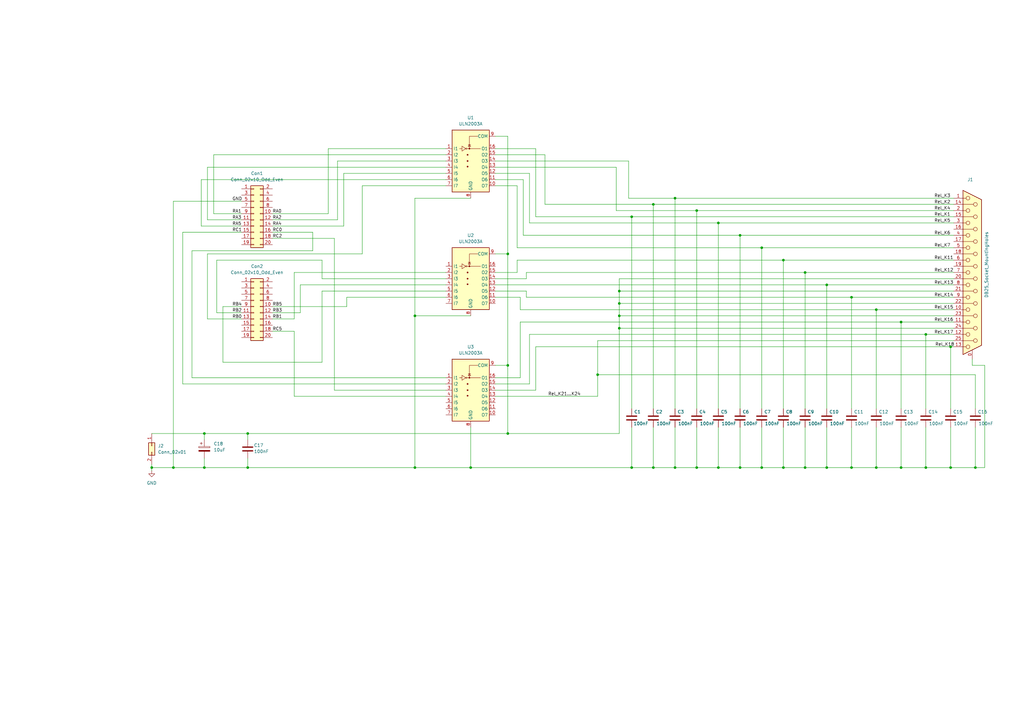
<source format=kicad_sch>
(kicad_sch (version 20250114) (generator "eeschema") (generator_version "9.0")
  (paper "A3")
  (lib_symbols
    (symbol "Connector:DB25_Socket_MountingHoles" (pin_names (offset 1.016) (hide yes))
      (property "Reference" "J" (at 0 36.83 0))
      (property "Value" "DB25_Socket_MountingHoles" (at 0 34.925 0))
      (symbol "DB25_Socket_MountingHoles_0_1"
        (polyline (pts (xy -3.81 33.655) (xy 3.81 29.845) (xy 3.81 -29.845) (xy -3.81 -33.655) (xy -3.81 33.655)) (stroke (width 0.254)) (fill (type background)))
        (polyline (pts (xy -3.81 30.48) (xy -2.54 30.48)))
        (polyline (pts (xy -3.81 27.94) (xy 0.508 27.94)))
        (polyline (pts (xy -3.81 25.4) (xy -2.54 25.4)))
        (polyline (pts (xy -3.81 22.86) (xy 0.508 22.86)))
        (polyline (pts (xy -3.81 20.32) (xy -2.54 20.32)))
        (polyline (pts (xy -3.81 17.78) (xy 0.508 17.78)))
        (polyline (pts (xy -3.81 15.24) (xy -2.54 15.24)))
        (polyline (pts (xy -3.81 12.7) (xy 0.508 12.7)))
        (polyline (pts (xy -3.81 10.16) (xy -2.54 10.16)))
        (polyline (pts (xy -3.81 7.62) (xy 0.508 7.62)))
        (polyline (pts (xy -3.81 5.08) (xy -2.54 5.08)))
        (polyline (pts (xy -3.81 2.54) (xy 0.508 2.54)))
        (polyline (pts (xy -3.81 0) (xy -2.54 0)))
        (polyline (pts (xy -3.81 -2.54) (xy 0.508 -2.54)))
        (polyline (pts (xy -3.81 -5.08) (xy -2.54 -5.08)))
        (polyline (pts (xy -3.81 -7.62) (xy 0.508 -7.62)))
        (polyline (pts (xy -3.81 -10.16) (xy -2.54 -10.16)))
        (polyline (pts (xy -3.81 -12.7) (xy 0.508 -12.7)))
        (polyline (pts (xy -3.81 -15.24) (xy -2.54 -15.24)))
        (polyline (pts (xy -3.81 -17.78) (xy 0.508 -17.78)))
        (polyline (pts (xy -3.81 -20.32) (xy -2.54 -20.32)))
        (polyline (pts (xy -3.81 -22.86) (xy 0.508 -22.86)))
        (polyline (pts (xy -3.81 -25.4) (xy -2.54 -25.4)))
        (polyline (pts (xy -3.81 -27.94) (xy 0.508 -27.94)))
        (polyline (pts (xy -3.81 -30.48) (xy -2.54 -30.48)))
        (circle (center -1.778 30.48) (radius 0.762))
        (circle (center -1.778 25.4) (radius 0.762))
        (circle (center -1.778 20.32) (radius 0.762))
        (circle (center -1.778 15.24) (radius 0.762))
        (circle (center -1.778 10.16) (radius 0.762))
        (circle (center -1.778 5.08) (radius 0.762))
        (circle (center -1.778 0) (radius 0.762))
        (circle (center -1.778 -5.08) (radius 0.762))
        (circle (center -1.778 -10.16) (radius 0.762))
        (circle (center -1.778 -15.24) (radius 0.762))
        (circle (center -1.778 -20.32) (radius 0.762))
        (circle (center -1.778 -25.4) (radius 0.762))
        (circle (center -1.778 -30.48) (radius 0.762))
        (circle (center 1.27 27.94) (radius 0.762))
        (circle (center 1.27 22.86) (radius 0.762))
        (circle (center 1.27 17.78) (radius 0.762))
        (circle (center 1.27 12.7) (radius 0.762))
        (circle (center 1.27 7.62) (radius 0.762))
        (circle (center 1.27 2.54) (radius 0.762))
        (circle (center 1.27 -2.54) (radius 0.762))
        (circle (center 1.27 -7.62) (radius 0.762))
        (circle (center 1.27 -12.7) (radius 0.762))
        (circle (center 1.27 -17.78) (radius 0.762))
        (circle (center 1.27 -22.86) (radius 0.762))
        (circle (center 1.27 -27.94) (radius 0.762))
      )
      (symbol "DB25_Socket_MountingHoles_1_1"
        (pin passive line (at -7.62 30.48 0) (length 3.81) (name "1") (number "1"))
        (pin passive line (at -7.62 27.94 0) (length 3.81) (name "P14") (number "14"))
        (pin passive line (at -7.62 25.4 0) (length 3.81) (name "2") (number "2"))
        (pin passive line (at -7.62 22.86 0) (length 3.81) (name "P15") (number "15"))
        (pin passive line (at -7.62 20.32 0) (length 3.81) (name "3") (number "3"))
        (pin passive line (at -7.62 17.78 0) (length 3.81) (name "P16") (number "16"))
        (pin passive line (at -7.62 15.24 0) (length 3.81) (name "4") (number "4"))
        (pin passive line (at -7.62 12.7 0) (length 3.81) (name "P17") (number "17"))
        (pin passive line (at -7.62 10.16 0) (length 3.81) (name "5") (number "5"))
        (pin passive line (at -7.62 7.62 0) (length 3.81) (name "P18") (number "18"))
        (pin passive line (at -7.62 5.08 0) (length 3.81) (name "6") (number "6"))
        (pin passive line (at -7.62 2.54 0) (length 3.81) (name "P19") (number "19"))
        (pin passive line (at -7.62 0 0) (length 3.81) (name "7") (number "7"))
        (pin passive line (at -7.62 -2.54 0) (length 3.81) (name "P20") (number "20"))
        (pin passive line (at -7.62 -5.08 0) (length 3.81) (name "8") (number "8"))
        (pin passive line (at -7.62 -7.62 0) (length 3.81) (name "P21") (number "21"))
        (pin passive line (at -7.62 -10.16 0) (length 3.81) (name "9") (number "9"))
        (pin passive line (at -7.62 -12.7 0) (length 3.81) (name "P22") (number "22"))
        (pin passive line (at -7.62 -15.24 0) (length 3.81) (name "10") (number "10"))
        (pin passive line (at -7.62 -17.78 0) (length 3.81) (name "P23") (number "23"))
        (pin passive line (at -7.62 -20.32 0) (length 3.81) (name "11") (number "11"))
        (pin passive line (at -7.62 -22.86 0) (length 3.81) (name "P24") (number "24"))
        (pin passive line (at -7.62 -25.4 0) (length 3.81) (name "12") (number "12"))
        (pin passive line (at -7.62 -27.94 0) (length 3.81) (name "P25") (number "25"))
        (pin passive line (at -7.62 -30.48 0) (length 3.81) (name "13") (number "13"))
        (pin passive line (at 0 -35.56 90) (length 3.81) (name "PAD") (number "0"))
      )
    )
    (symbol "Connector_Generic:Conn_02x01" (pin_names (offset 1.016) (hide yes))
      (property "Reference" "J" (at 1.27 2.54 0))
      (property "Value" "Conn_02x01" (at 1.27 -2.54 0))
      (symbol "Conn_02x01_1_1"
        (rectangle (start -1.27 1.27) (end 3.81 -1.27) (stroke (width 0.254)) (fill (type background)))
        (rectangle (start -1.27 0.127) (end 0 -0.127) (stroke (width 0.1524)))
        (rectangle (start 3.81 0.127) (end 2.54 -0.127) (stroke (width 0.1524)))
        (pin passive line (at -5.08 0 0) (length 3.81) (name "Pin_1") (number "1"))
        (pin passive line (at 7.62 0 180) (length 3.81) (name "Pin_2") (number "2"))
      )
    )
    (symbol "Connector_Generic:Conn_02x10_Odd_Even" (pin_names (offset 1.016) (hide yes))
      (property "Reference" "J" (at 1.27 12.7 0))
      (property "Value" "Conn_02x10_Odd_Even" (at 1.27 -15.24 0))
      (symbol "Conn_02x10_Odd_Even_1_1"
        (rectangle (start -1.27 11.43) (end 3.81 -13.97) (stroke (width 0.254)) (fill (type background)))
        (rectangle (start -1.27 10.287) (end 0 10.033) (stroke (width 0.1524)))
        (rectangle (start -1.27 7.747) (end 0 7.493) (stroke (width 0.1524)))
        (rectangle (start -1.27 5.207) (end 0 4.953) (stroke (width 0.1524)))
        (rectangle (start -1.27 2.667) (end 0 2.413) (stroke (width 0.1524)))
        (rectangle (start -1.27 0.127) (end 0 -0.127) (stroke (width 0.1524)))
        (rectangle (start -1.27 -2.413) (end 0 -2.667) (stroke (width 0.1524)))
        (rectangle (start -1.27 -4.953) (end 0 -5.207) (stroke (width 0.1524)))
        (rectangle (start -1.27 -7.493) (end 0 -7.747) (stroke (width 0.1524)))
        (rectangle (start -1.27 -10.033) (end 0 -10.287) (stroke (width 0.1524)))
        (rectangle (start -1.27 -12.573) (end 0 -12.827) (stroke (width 0.1524)))
        (rectangle (start 3.81 10.287) (end 2.54 10.033) (stroke (width 0.1524)))
        (rectangle (start 3.81 7.747) (end 2.54 7.493) (stroke (width 0.1524)))
        (rectangle (start 3.81 5.207) (end 2.54 4.953) (stroke (width 0.1524)))
        (rectangle (start 3.81 2.667) (end 2.54 2.413) (stroke (width 0.1524)))
        (rectangle (start 3.81 0.127) (end 2.54 -0.127) (stroke (width 0.1524)))
        (rectangle (start 3.81 -2.413) (end 2.54 -2.667) (stroke (width 0.1524)))
        (rectangle (start 3.81 -4.953) (end 2.54 -5.207) (stroke (width 0.1524)))
        (rectangle (start 3.81 -7.493) (end 2.54 -7.747) (stroke (width 0.1524)))
        (rectangle (start 3.81 -10.033) (end 2.54 -10.287) (stroke (width 0.1524)))
        (rectangle (start 3.81 -12.573) (end 2.54 -12.827) (stroke (width 0.1524)))
        (pin passive line (at -5.08 10.16 0) (length 3.81) (name "Pin_1") (number "1"))
        (pin passive line (at -5.08 7.62 0) (length 3.81) (name "Pin_3") (number "3"))
        (pin passive line (at -5.08 5.08 0) (length 3.81) (name "Pin_5") (number "5"))
        (pin passive line (at -5.08 2.54 0) (length 3.81) (name "Pin_7") (number "7"))
        (pin passive line (at -5.08 0 0) (length 3.81) (name "Pin_9") (number "9"))
        (pin passive line (at -5.08 -2.54 0) (length 3.81) (name "Pin_11") (number "11"))
        (pin passive line (at -5.08 -5.08 0) (length 3.81) (name "Pin_13") (number "13"))
        (pin passive line (at -5.08 -7.62 0) (length 3.81) (name "Pin_15") (number "15"))
        (pin passive line (at -5.08 -10.16 0) (length 3.81) (name "Pin_17") (number "17"))
        (pin passive line (at -5.08 -12.7 0) (length 3.81) (name "Pin_19") (number "19"))
        (pin passive line (at 7.62 10.16 180) (length 3.81) (name "Pin_2") (number "2"))
        (pin passive line (at 7.62 7.62 180) (length 3.81) (name "Pin_4") (number "4"))
        (pin passive line (at 7.62 5.08 180) (length 3.81) (name "Pin_6") (number "6"))
        (pin passive line (at 7.62 2.54 180) (length 3.81) (name "Pin_8") (number "8"))
        (pin passive line (at 7.62 0 180) (length 3.81) (name "Pin_10") (number "10"))
        (pin passive line (at 7.62 -2.54 180) (length 3.81) (name "Pin_12") (number "12"))
        (pin passive line (at 7.62 -5.08 180) (length 3.81) (name "Pin_14") (number "14"))
        (pin passive line (at 7.62 -7.62 180) (length 3.81) (name "Pin_16") (number "16"))
        (pin passive line (at 7.62 -10.16 180) (length 3.81) (name "Pin_18") (number "18"))
        (pin passive line (at 7.62 -12.7 180) (length 3.81) (name "Pin_20") (number "20"))
      )
    )
    (symbol "Device:C" (pin_numbers (hide yes)) (pin_names (offset 0.254))
      (property "Reference" "C" (at 0.635 2.54 0))
      (property "Value" "C" (at 0.635 -2.54 0))
      (symbol "C_0_1"
        (polyline (pts (xy -2.032 0.762) (xy 2.032 0.762)) (stroke (width 0.508)))
        (polyline (pts (xy -2.032 -0.762) (xy 2.032 -0.762)) (stroke (width 0.508)))
      )
      (symbol "C_1_1"
        (pin passive line (at 0 3.81 270) (length 2.794) (name "~") (number "1"))
        (pin passive line (at 0 -3.81 90) (length 2.794) (name "~") (number "2"))
      )
    )
    (symbol "Device:C_Polarized" (pin_numbers (hide yes)) (pin_names (offset 0.254))
      (property "Reference" "C" (at 0.635 2.54 0))
      (property "Value" "C_Polarized" (at 0.635 -2.54 0))
      (symbol "C_Polarized_0_1"
        (rectangle (start -2.286 0.508) (end 2.286 1.016))
        (polyline (pts (xy -1.778 2.286) (xy -0.762 2.286)))
        (polyline (pts (xy -1.27 2.794) (xy -1.27 1.778)))
        (rectangle (start 2.286 -0.508) (end -2.286 -1.016) (fill (type outline)))
      )
      (symbol "C_Polarized_1_1"
        (pin passive line (at 0 3.81 270) (length 2.794) (name "~") (number "1"))
        (pin passive line (at 0 -3.81 90) (length 2.794) (name "~") (number "2"))
      )
    )
    (symbol "Transistor_Array:ULN2003A"
      (property "Reference" "U" (at 0 15.875 0))
      (property "Value" "ULN2003A" (at 0 13.97 0))
      (symbol "ULN2003A_0_1"
        (rectangle (start -7.62 -12.7) (end 7.62 12.7) (stroke (width 0.254)) (fill (type background)))
        (polyline (pts (xy -4.572 5.08) (xy -3.556 5.08)))
        (polyline (pts (xy -3.556 6.096) (xy -3.556 4.064) (xy -2.032 5.08) (xy -3.556 6.096)))
        (circle (center -1.778 5.08) (radius 0.254))
        (polyline (pts (xy -1.524 5.08) (xy 4.064 5.08)))
        (circle (center -1.27 2.54) (radius 0.254) (fill (type outline)))
        (circle (center -1.27 0) (radius 0.254) (fill (type outline)))
        (circle (center -1.27 -2.286) (radius 0.254) (fill (type outline)))
        (circle (center -0.508 5.08) (radius 0.254) (fill (type outline)))
        (polyline (pts (xy -0.508 5.08) (xy -0.508 10.16) (xy 2.921 10.16)))
        (polyline (pts (xy 0 6.731) (xy -1.016 6.731)))
        (polyline (pts (xy 0 5.969) (xy -1.016 5.969) (xy -0.508 6.731) (xy 0 5.969)))
      )
      (symbol "ULN2003A_1_1"
        (pin input line (at -10.16 5.08 0) (length 2.54) (name "I1") (number "1"))
        (pin input line (at -10.16 2.54 0) (length 2.54) (name "I2") (number "2"))
        (pin input line (at -10.16 0 0) (length 2.54) (name "I3") (number "3"))
        (pin input line (at -10.16 -2.54 0) (length 2.54) (name "I4") (number "4"))
        (pin input line (at -10.16 -5.08 0) (length 2.54) (name "I5") (number "5"))
        (pin input line (at -10.16 -7.62 0) (length 2.54) (name "I6") (number "6"))
        (pin input line (at -10.16 -10.16 0) (length 2.54) (name "I7") (number "7"))
        (pin power_in line (at 0 -15.24 90) (length 2.54) (name "GND") (number "8"))
        (pin passive line (at 10.16 10.16 180) (length 2.54) (name "COM") (number "9"))
        (pin open_collector line (at 10.16 5.08 180) (length 2.54) (name "O1") (number "16"))
        (pin open_collector line (at 10.16 2.54 180) (length 2.54) (name "O2") (number "15"))
        (pin open_collector line (at 10.16 0 180) (length 2.54) (name "O3") (number "14"))
        (pin open_collector line (at 10.16 -2.54 180) (length 2.54) (name "O4") (number "13"))
        (pin open_collector line (at 10.16 -5.08 180) (length 2.54) (name "O5") (number "12"))
        (pin open_collector line (at 10.16 -7.62 180) (length 2.54) (name "O6") (number "11"))
        (pin open_collector line (at 10.16 -10.16 180) (length 2.54) (name "O7") (number "10"))
      )
    )
    (symbol "power:GND" (power) (pin_numbers (hide yes)) (pin_names (offset 0) (hide yes))
      (property "Value" "GND" (at 0 -3.81 0))
      (symbol "GND_0_1"
        (polyline (pts (xy 0 0) (xy 0 -1.27) (xy 1.27 -1.27) (xy 0 -2.54) (xy -1.27 -1.27) (xy 0 -1.27)))
      )
      (symbol "GND_1_1"
        (pin power_in line (at 0 0 270) (length 0) (name "~") (number "1"))
      )
    )
  )
  (junction (at 303.53 191.77))
  (junction (at 330.2 191.77))
  (junction (at 379.73 137.16))
  (junction (at 208.28 104.14))
  (junction (at 208.28 149.86))
  (junction (at 267.97 191.77))
  (junction (at 254 124.46))
  (junction (at 62.23 191.77))
  (junction (at 349.25 191.77))
  (junction (at 254 129.54))
  (junction (at 379.73 191.77))
  (junction (at 259.08 191.77))
  (junction (at 359.41 127))
  (junction (at 389.89 142.24))
  (junction (at 259.08 88.9))
  (junction (at 339.09 116.84))
  (junction (at 312.42 101.6))
  (junction (at 101.6 177.8))
  (junction (at 254 134.62))
  (junction (at 321.31 191.77))
  (junction (at 285.75 191.77))
  (junction (at 330.2 111.76))
  (junction (at 400.05 191.77))
  (junction (at 389.89 191.77))
  (junction (at 170.18 129.54))
  (junction (at 312.42 191.77))
  (junction (at 245.11 153.67))
  (junction (at 339.09 191.77))
  (junction (at 359.41 191.77))
  (junction (at 303.53 96.52))
  (junction (at 294.64 91.44))
  (junction (at 83.82 191.77))
  (junction (at 101.6 191.77))
  (junction (at 254 119.38))
  (junction (at 267.97 83.82))
  (junction (at 71.12 191.77))
  (junction (at 276.86 81.28))
  (junction (at 285.75 86.36))
  (junction (at 294.64 191.77))
  (junction (at 208.28 177.8))
  (junction (at 321.31 106.68))
  (junction (at 170.18 191.77))
  (junction (at 349.25 121.92))
  (junction (at 276.86 191.77))
  (junction (at 193.04 191.77))
  (junction (at 369.57 191.77))
  (junction (at 83.82 177.8))
  (junction (at 369.57 132.08))
  (wire (pts (xy 71.12 82.55) (xy 99.06 82.55)))
  (wire (pts (xy 223.52 63.5) (xy 203.2 63.5)))
  (wire (pts (xy 213.36 132.08) (xy 369.57 132.08)))
  (wire (pts (xy 83.82 177.8) (xy 101.6 177.8)))
  (wire (pts (xy 88.9 128.27) (xy 99.06 128.27)))
  (wire (pts (xy 82.55 92.71) (xy 99.06 92.71)))
  (wire (pts (xy 148.59 104.14) (xy 148.59 76.2)))
  (wire (pts (xy 87.63 87.63) (xy 99.06 87.63)))
  (wire (pts (xy 257.81 66.04) (xy 257.81 81.28)))
  (wire (pts (xy 182.88 157.48) (xy 74.93 157.48)))
  (wire (pts (xy 85.09 90.17) (xy 99.06 90.17)))
  (wire (pts (xy 91.44 125.73) (xy 99.06 125.73)))
  (wire (pts (xy 312.42 175.26) (xy 312.42 191.77)))
  (wire (pts (xy 217.17 157.48) (xy 203.2 157.48)))
  (wire (pts (xy 208.28 177.8) (xy 254 177.8)))
  (wire (pts (xy 403.86 149.86) (xy 403.86 191.77)))
  (wire (pts (xy 132.08 114.3) (xy 132.08 106.68)))
  (wire (pts (xy 99.06 130.81) (xy 85.09 130.81)))
  (wire (pts (xy 208.28 149.86) (xy 208.28 177.8)))
  (wire (pts (xy 212.09 101.6) (xy 212.09 76.2)))
  (wire (pts (xy 285.75 86.36) (xy 391.16 86.36)))
  (wire (pts (xy 254 124.46) (xy 254 129.54)))
  (wire (pts (xy 321.31 106.68) (xy 321.31 167.64)))
  (wire (pts (xy 213.36 127) (xy 213.36 121.92)))
  (wire (pts (xy 182.88 60.96) (xy 134.62 60.96)))
  (wire (pts (xy 148.59 76.2) (xy 182.88 76.2)))
  (wire (pts (xy 359.41 167.64) (xy 359.41 127)))
  (wire (pts (xy 193.04 81.28) (xy 170.18 81.28)))
  (wire (pts (xy 400.05 191.77) (xy 389.89 191.77)))
  (wire (pts (xy 87.63 63.5) (xy 87.63 87.63)))
  (wire (pts (xy 330.2 111.76) (xy 330.2 167.64)))
  (wire (pts (xy 349.25 121.92) (xy 391.16 121.92)))
  (wire (pts (xy 400.05 167.64) (xy 400.05 153.67)))
  (wire (pts (xy 223.52 83.82) (xy 223.52 63.5)))
  (wire (pts (xy 214.63 73.66) (xy 203.2 73.66)))
  (wire (pts (xy 294.64 91.44) (xy 294.64 167.64)))
  (wire (pts (xy 203.2 66.04) (xy 257.81 66.04)))
  (wire (pts (xy 215.9 121.92) (xy 349.25 121.92)))
  (wire (pts (xy 252.73 86.36) (xy 285.75 86.36)))
  (wire (pts (xy 193.04 129.54) (xy 170.18 129.54)))
  (wire (pts (xy 403.86 191.77) (xy 400.05 191.77)))
  (wire (pts (xy 101.6 177.8) (xy 208.28 177.8)))
  (wire (pts (xy 123.19 128.27) (xy 111.76 128.27)))
  (wire (pts (xy 74.93 157.48) (xy 74.93 95.25)))
  (wire (pts (xy 132.08 119.38) (xy 132.08 148.59)))
  (wire (pts (xy 223.52 83.82) (xy 267.97 83.82)))
  (wire (pts (xy 138.43 66.04) (xy 182.88 66.04)))
  (wire (pts (xy 71.12 191.77) (xy 62.23 191.77)))
  (wire (pts (xy 312.42 191.77) (xy 303.53 191.77)))
  (wire (pts (xy 214.63 96.52) (xy 303.53 96.52)))
  (wire (pts (xy 330.2 175.26) (xy 330.2 191.77)))
  (wire (pts (xy 259.08 88.9) (xy 259.08 167.64)))
  (wire (pts (xy 359.41 127) (xy 391.16 127)))
  (wire (pts (xy 285.75 175.26) (xy 285.75 191.77)))
  (wire (pts (xy 182.88 119.38) (xy 132.08 119.38)))
  (wire (pts (xy 254 119.38) (xy 391.16 119.38)))
  (wire (pts (xy 182.88 116.84) (xy 123.19 116.84)))
  (wire (pts (xy 123.19 116.84) (xy 123.19 128.27)))
  (wire (pts (xy 379.73 175.26) (xy 379.73 191.77)))
  (wire (pts (xy 215.9 119.38) (xy 203.2 119.38)))
  (wire (pts (xy 254 134.62) (xy 254 177.8)))
  (wire (pts (xy 120.65 111.76) (xy 182.88 111.76)))
  (wire (pts (xy 257.81 81.28) (xy 276.86 81.28)))
  (wire (pts (xy 212.09 76.2) (xy 203.2 76.2)))
  (wire (pts (xy 339.09 175.26) (xy 339.09 191.77)))
  (wire (pts (xy 259.08 175.26) (xy 259.08 191.77)))
  (wire (pts (xy 219.71 160.02) (xy 203.2 160.02)))
  (wire (pts (xy 245.11 153.67) (xy 245.11 162.56)))
  (wire (pts (xy 219.71 142.24) (xy 389.89 142.24)))
  (wire (pts (xy 212.09 101.6) (xy 312.42 101.6)))
  (wire (pts (xy 62.23 190.5) (xy 62.23 191.77)))
  (wire (pts (xy 359.41 175.26) (xy 359.41 191.77)))
  (wire (pts (xy 140.97 92.71) (xy 140.97 71.12)))
  (wire (pts (xy 303.53 96.52) (xy 303.53 167.64)))
  (wire (pts (xy 245.11 139.7) (xy 245.11 153.67)))
  (wire (pts (xy 138.43 90.17) (xy 138.43 66.04)))
  (wire (pts (xy 285.75 191.77) (xy 276.86 191.77)))
  (wire (pts (xy 212.09 106.68) (xy 321.31 106.68)))
  (wire (pts (xy 219.71 88.9) (xy 259.08 88.9)))
  (wire (pts (xy 83.82 187.96) (xy 83.82 191.77)))
  (wire (pts (xy 321.31 106.68) (xy 391.16 106.68)))
  (wire (pts (xy 203.2 55.88) (xy 208.28 55.88)))
  (wire (pts (xy 219.71 60.96) (xy 219.71 88.9)))
  (wire (pts (xy 339.09 191.77) (xy 330.2 191.77)))
  (wire (pts (xy 203.2 162.56) (xy 245.11 162.56)))
  (wire (pts (xy 217.17 91.44) (xy 217.17 71.12)))
  (wire (pts (xy 398.78 147.32) (xy 398.78 149.86)))
  (wire (pts (xy 142.24 121.92) (xy 142.24 125.73)))
  (wire (pts (xy 254 129.54) (xy 254 134.62)))
  (wire (pts (xy 101.6 191.77) (xy 170.18 191.77)))
  (wire (pts (xy 83.82 191.77) (xy 101.6 191.77)))
  (wire (pts (xy 330.2 191.77) (xy 321.31 191.77)))
  (wire (pts (xy 111.76 90.17) (xy 138.43 90.17)))
  (wire (pts (xy 330.2 111.76) (xy 391.16 111.76)))
  (wire (pts (xy 62.23 191.77) (xy 62.23 193.04)))
  (wire (pts (xy 294.64 175.26) (xy 294.64 191.77)))
  (wire (pts (xy 215.9 111.76) (xy 215.9 114.3)))
  (wire (pts (xy 321.31 175.26) (xy 321.31 191.77)))
  (wire (pts (xy 170.18 129.54) (xy 170.18 191.77)))
  (wire (pts (xy 254 124.46) (xy 391.16 124.46)))
  (wire (pts (xy 321.31 191.77) (xy 312.42 191.77)))
  (wire (pts (xy 212.09 111.76) (xy 203.2 111.76)))
  (wire (pts (xy 101.6 177.8) (xy 101.6 180.34)))
  (wire (pts (xy 400.05 175.26) (xy 400.05 191.77)))
  (wire (pts (xy 339.09 116.84) (xy 339.09 167.64)))
  (wire (pts (xy 120.65 135.89) (xy 111.76 135.89)))
  (wire (pts (xy 217.17 91.44) (xy 294.64 91.44)))
  (wire (pts (xy 78.74 102.87) (xy 128.27 102.87)))
  (wire (pts (xy 182.88 68.58) (xy 85.09 68.58)))
  (wire (pts (xy 259.08 88.9) (xy 391.16 88.9)))
  (wire (pts (xy 379.73 137.16) (xy 379.73 167.64)))
  (wire (pts (xy 389.89 142.24) (xy 391.16 142.24)))
  (wire (pts (xy 217.17 71.12) (xy 203.2 71.12)))
  (wire (pts (xy 245.11 153.67) (xy 400.05 153.67)))
  (wire (pts (xy 267.97 83.82) (xy 267.97 167.64)))
  (wire (pts (xy 193.04 175.26) (xy 193.04 191.77)))
  (wire (pts (xy 193.04 191.77) (xy 170.18 191.77)))
  (wire (pts (xy 88.9 106.68) (xy 88.9 128.27)))
  (wire (pts (xy 267.97 175.26) (xy 267.97 191.77)))
  (wire (pts (xy 208.28 55.88) (xy 208.28 104.14)))
  (wire (pts (xy 208.28 104.14) (xy 208.28 149.86)))
  (wire (pts (xy 254 114.3) (xy 254 119.38)))
  (wire (pts (xy 252.73 68.58) (xy 203.2 68.58)))
  (wire (pts (xy 303.53 96.52) (xy 391.16 96.52)))
  (wire (pts (xy 203.2 104.14) (xy 208.28 104.14)))
  (wire (pts (xy 312.42 101.6) (xy 391.16 101.6)))
  (wire (pts (xy 259.08 191.77) (xy 193.04 191.77)))
  (wire (pts (xy 294.64 191.77) (xy 285.75 191.77)))
  (wire (pts (xy 303.53 191.77) (xy 294.64 191.77)))
  (wire (pts (xy 215.9 111.76) (xy 330.2 111.76)))
  (wire (pts (xy 128.27 102.87) (xy 128.27 95.25)))
  (wire (pts (xy 170.18 81.28) (xy 170.18 129.54)))
  (wire (pts (xy 215.9 114.3) (xy 203.2 114.3)))
  (wire (pts (xy 252.73 86.36) (xy 252.73 68.58)))
  (wire (pts (xy 214.63 96.52) (xy 214.63 73.66)))
  (wire (pts (xy 276.86 175.26) (xy 276.86 191.77)))
  (wire (pts (xy 294.64 91.44) (xy 391.16 91.44)))
  (wire (pts (xy 254 134.62) (xy 391.16 134.62)))
  (wire (pts (xy 182.88 63.5) (xy 87.63 63.5)))
  (wire (pts (xy 369.57 132.08) (xy 391.16 132.08)))
  (wire (pts (xy 132.08 148.59) (xy 91.44 148.59)))
  (wire (pts (xy 82.55 73.66) (xy 82.55 92.71)))
  (wire (pts (xy 132.08 106.68) (xy 88.9 106.68)))
  (wire (pts (xy 254 129.54) (xy 391.16 129.54)))
  (wire (pts (xy 71.12 82.55) (xy 71.12 191.77)))
  (wire (pts (xy 111.76 97.79) (xy 137.16 97.79)))
  (wire (pts (xy 78.74 154.94) (xy 78.74 102.87)))
  (wire (pts (xy 369.57 191.77) (xy 359.41 191.77)))
  (wire (pts (xy 254 119.38) (xy 254 124.46)))
  (wire (pts (xy 83.82 177.8) (xy 83.82 180.34)))
  (wire (pts (xy 213.36 154.94) (xy 203.2 154.94)))
  (wire (pts (xy 339.09 116.84) (xy 391.16 116.84)))
  (wire (pts (xy 219.71 142.24) (xy 219.71 160.02)))
  (wire (pts (xy 128.27 95.25) (xy 111.76 95.25)))
  (wire (pts (xy 349.25 191.77) (xy 339.09 191.77)))
  (wire (pts (xy 254 114.3) (xy 391.16 114.3)))
  (wire (pts (xy 245.11 139.7) (xy 391.16 139.7)))
  (wire (pts (xy 276.86 81.28) (xy 391.16 81.28)))
  (wire (pts (xy 303.53 175.26) (xy 303.53 191.77)))
  (wire (pts (xy 182.88 154.94) (xy 78.74 154.94)))
  (wire (pts (xy 134.62 60.96) (xy 134.62 87.63)))
  (wire (pts (xy 203.2 149.86) (xy 208.28 149.86)))
  (wire (pts (xy 85.09 130.81) (xy 85.09 104.14)))
  (wire (pts (xy 217.17 137.16) (xy 379.73 137.16)))
  (wire (pts (xy 389.89 175.26) (xy 389.89 191.77)))
  (wire (pts (xy 182.88 162.56) (xy 120.65 162.56)))
  (wire (pts (xy 182.88 121.92) (xy 142.24 121.92)))
  (wire (pts (xy 85.09 68.58) (xy 85.09 90.17)))
  (wire (pts (xy 267.97 83.82) (xy 391.16 83.82)))
  (wire (pts (xy 101.6 187.96) (xy 101.6 191.77)))
  (wire (pts (xy 182.88 160.02) (xy 137.16 160.02)))
  (wire (pts (xy 137.16 97.79) (xy 137.16 160.02)))
  (wire (pts (xy 276.86 191.77) (xy 267.97 191.77)))
  (wire (pts (xy 182.88 73.66) (xy 82.55 73.66)))
  (wire (pts (xy 389.89 142.24) (xy 389.89 167.64)))
  (wire (pts (xy 389.89 191.77) (xy 379.73 191.77)))
  (wire (pts (xy 398.78 149.86) (xy 403.86 149.86)))
  (wire (pts (xy 182.88 114.3) (xy 132.08 114.3)))
  (wire (pts (xy 203.2 116.84) (xy 339.09 116.84)))
  (wire (pts (xy 276.86 81.28) (xy 276.86 167.64)))
  (wire (pts (xy 120.65 130.81) (xy 120.65 111.76)))
  (wire (pts (xy 91.44 148.59) (xy 91.44 125.73)))
  (wire (pts (xy 111.76 130.81) (xy 120.65 130.81)))
  (wire (pts (xy 379.73 137.16) (xy 391.16 137.16)))
  (wire (pts (xy 285.75 86.36) (xy 285.75 167.64)))
  (wire (pts (xy 212.09 106.68) (xy 212.09 111.76)))
  (wire (pts (xy 120.65 162.56) (xy 120.65 135.89)))
  (wire (pts (xy 312.42 101.6) (xy 312.42 167.64)))
  (wire (pts (xy 359.41 191.77) (xy 349.25 191.77)))
  (wire (pts (xy 217.17 137.16) (xy 217.17 157.48)))
  (wire (pts (xy 213.36 127) (xy 359.41 127)))
  (wire (pts (xy 369.57 175.26) (xy 369.57 191.77)))
  (wire (pts (xy 267.97 191.77) (xy 259.08 191.77)))
  (wire (pts (xy 369.57 132.08) (xy 369.57 167.64)))
  (wire (pts (xy 134.62 87.63) (xy 111.76 87.63)))
  (wire (pts (xy 213.36 132.08) (xy 213.36 154.94)))
  (wire (pts (xy 71.12 191.77) (xy 83.82 191.77)))
  (wire (pts (xy 140.97 71.12) (xy 182.88 71.12)))
  (wire (pts (xy 142.24 125.73) (xy 111.76 125.73)))
  (wire (pts (xy 62.23 177.8) (xy 83.82 177.8)))
  (wire (pts (xy 111.76 92.71) (xy 140.97 92.71)))
  (wire (pts (xy 213.36 121.92) (xy 203.2 121.92)))
  (wire (pts (xy 215.9 121.92) (xy 215.9 119.38)))
  (wire (pts (xy 74.93 95.25) (xy 99.06 95.25)))
  (wire (pts (xy 379.73 191.77) (xy 369.57 191.77)))
  (wire (pts (xy 349.25 121.92) (xy 349.25 167.64)))
  (wire (pts (xy 85.09 104.14) (xy 148.59 104.14)))
  (wire (pts (xy 203.2 60.96) (xy 219.71 60.96)))
  (wire (pts (xy 349.25 175.26) (xy 349.25 191.77)))
  (label "RA2" (at 111.76 90.17 0))
  (label "RC1" (at 95.25 95.25 0))
  (label "Rel_K14" (at 383.1566 121.92 0))
  (label "RB2" (at 95.25 128.27 0))
  (label "GND" (at 95.25 82.55 0))
  (label "RA5" (at 95.25 92.71 0))
  (label "Rel_K6" (at 383.1566 96.52 0))
  (label "RC0" (at 111.76 95.25 0))
  (label "RC2" (at 111.76 97.79 0))
  (label "Rel_K3" (at 383.1566 81.28 0))
  (label "Rel_K18" (at 383.54 142.24 0))
  (label "Rel_K15" (at 383.1566 127 0))
  (label "Rel_K12" (at 383.1566 111.76 0))
  (label "RA1" (at 95.25 87.63 0))
  (label "Rel_K17" (at 383.1566 137.16 0))
  (label "Rel_K2" (at 383.1566 83.82 0))
  (label "Rel_K21...K24" (at 224.79 162.56 0))
  (label "RB4" (at 95.25 125.73 0))
  (label "Rel_K7" (at 383.1566 101.6 0))
  (label "RB5" (at 111.76 125.73 0))
  (label "RB0" (at 95.25 130.81 0))
  (label "Rel_K16" (at 383.1566 132.08 0))
  (label "Rel_K1" (at 383.1566 88.9 0))
  (label "RC5" (at 111.76 135.89 0))
  (label "RA3" (at 95.25 90.17 0))
  (label "RA0" (at 111.76 87.63 0))
  (label "RB1" (at 111.76 130.81 0))
  (label "Rel_K4" (at 383.1566 86.36 0))
  (label "Rel_K5" (at 383.1566 91.44 0))
  (label "Rel_K13" (at 383.1566 116.84 0))
  (label "RB3" (at 111.76 128.27 0))
  (label "RA4" (at 111.76 92.71 0))
  (label "Rel_K11" (at 383.1566 106.68 0))
  (symbol (lib_id "Device:C") (at 379.73 171.45 0) (unit 1)
    (property "Reference" "C14" (at 380.746 168.91 0) (effects (justify left)))
    (property "Value" "100nF" (at 381 173.736 0) (effects (justify left)))
    (property "Footprint" "Capacitor_SMD:C_0603_1608Metric_Pad1.08x0.95mm_HandSolder" (effects (hide yes)))
    (property "Description" "Unpolarized capacitor" (effects (hide yes)))
  )
  (symbol (lib_id "Transistor_Array:ULN2003A") (at 193.04 114.3 0) (unit 1)
    (property "Reference" "U2" (at 193.04 96.52 0))
    (property "Value" "ULN2003A" (at 193.04 99.06 0))
    (property "Footprint" "Package_DIP:DIP-16_W7.62mm_LongPads" (effects (hide yes)))
    (property "Datasheet" "http://www.ti.com/lit/ds/symlink/uln2003a.pdf" (effects (hide yes)))
    (property "Description" "High Voltage, High Current Darlington Transistor Arrays, SOIC16/SOIC16W/DIP16/TSSOP16" (effects (hide yes)))
  )
  (symbol (lib_id "Device:C") (at 321.31 171.45 0) (unit 1)
    (property "Reference" "C8" (at 322.326 168.91 0) (effects (justify left)))
    (property "Value" "100nF" (at 322.58 173.736 0) (effects (justify left)))
    (property "Footprint" "Capacitor_SMD:C_0603_1608Metric_Pad1.08x0.95mm_HandSolder" (effects (hide yes)))
    (property "Description" "Unpolarized capacitor" (effects (hide yes)))
  )
  (symbol (lib_id "Device:C") (at 101.6 184.15 0) (unit 1)
    (property "Reference" "C17" (at 104.14 182.626 0) (effects (justify left)))
    (property "Value" "100nF" (at 104.14 185.166 0) (effects (justify left)))
    (property "Footprint" "Capacitor_SMD:C_0603_1608Metric_Pad1.08x0.95mm_HandSolder" (effects (hide yes)))
    (property "Description" "Unpolarized capacitor" (effects (hide yes)))
  )
  (symbol (lib_id "Device:C") (at 285.75 171.45 0) (unit 1)
    (property "Reference" "C4" (at 286.766 168.91 0) (effects (justify left)))
    (property "Value" "100nF" (at 287.02 173.736 0) (effects (justify left)))
    (property "Footprint" "Capacitor_SMD:C_0603_1608Metric_Pad1.08x0.95mm_HandSolder" (effects (hide yes)))
    (property "Description" "Unpolarized capacitor" (effects (hide yes)))
  )
  (symbol (lib_id "Device:C") (at 369.57 171.45 0) (unit 1)
    (property "Reference" "C13" (at 370.586 168.91 0) (effects (justify left)))
    (property "Value" "100nF" (at 370.84 173.736 0) (effects (justify left)))
    (property "Footprint" "Capacitor_SMD:C_0603_1608Metric_Pad1.08x0.95mm_HandSolder" (effects (hide yes)))
    (property "Description" "Unpolarized capacitor" (effects (hide yes)))
  )
  (symbol (lib_id "Device:C") (at 330.2 171.45 0) (unit 1)
    (property "Reference" "C9" (at 331.216 168.91 0) (effects (justify left)))
    (property "Value" "100nF" (at 331.47 173.736 0) (effects (justify left)))
    (property "Footprint" "Capacitor_SMD:C_0603_1608Metric_Pad1.08x0.95mm_HandSolder" (effects (hide yes)))
    (property "Description" "Unpolarized capacitor" (effects (hide yes)))
  )
  (symbol (lib_id "Device:C") (at 389.89 171.45 0) (unit 1)
    (property "Reference" "C15" (at 390.906 168.91 0) (effects (justify left)))
    (property "Value" "100nF" (at 391.16 173.736 0) (effects (justify left)))
    (property "Footprint" "Capacitor_SMD:C_0603_1608Metric_Pad1.08x0.95mm_HandSolder" (effects (hide yes)))
    (property "Description" "Unpolarized capacitor" (effects (hide yes)))
  )
  (symbol (lib_id "Device:C") (at 339.09 171.45 0) (unit 1)
    (property "Reference" "C10" (at 340.106 168.91 0) (effects (justify left)))
    (property "Value" "100nF" (at 340.36 173.736 0) (effects (justify left)))
    (property "Footprint" "Capacitor_SMD:C_0603_1608Metric_Pad1.08x0.95mm_HandSolder" (effects (hide yes)))
    (property "Description" "Unpolarized capacitor" (effects (hide yes)))
  )
  (symbol (lib_id "Device:C") (at 312.42 171.45 0) (unit 1)
    (property "Reference" "C7" (at 313.436 168.91 0) (effects (justify left)))
    (property "Value" "100nF" (at 313.69 173.736 0) (effects (justify left)))
    (property "Footprint" "Capacitor_SMD:C_0603_1608Metric_Pad1.08x0.95mm_HandSolder" (effects (hide yes)))
    (property "Description" "Unpolarized capacitor" (effects (hide yes)))
  )
  (symbol (lib_id "Transistor_Array:ULN2003A") (at 193.04 160.02 0) (unit 1)
    (property "Reference" "U3" (at 193.04 142.24 0))
    (property "Value" "ULN2003A" (at 193.04 144.78 0))
    (property "Footprint" "Package_DIP:DIP-16_W7.62mm_LongPads" (effects (hide yes)))
    (property "Datasheet" "http://www.ti.com/lit/ds/symlink/uln2003a.pdf" (effects (hide yes)))
    (property "Description" "High Voltage, High Current Darlington Transistor Arrays, SOIC16/SOIC16W/DIP16/TSSOP16" (effects (hide yes)))
  )
  (symbol (lib_id "Connector:DB25_Socket_MountingHoles") (at 398.78 111.76 0) (unit 1)
    (property "Reference" "J1" (at 396.748 73.66 0) (effects (justify left)))
    (property "Value" "DB25_Socket_MountingHoles" (at 404.622 122.174 90) (effects (justify left)))
    (property "Footprint" "Connector_Dsub:DSUB-25_Socket_Horizontal_P2.77x2.84mm_EdgePinOffset4.94mm_Housed_MountingHolesOffset4.94mm" (effects (hide yes)))
    (property "Description" "25-pin D-SUB connector, socket (female), Mounting Hole" (effects (hide yes)))
  )
  (symbol (lib_id "Transistor_Array:ULN2003A") (at 193.04 66.04 0) (unit 1)
    (property "Reference" "U1" (at 193.04 48.26 0))
    (property "Value" "ULN2003A" (at 193.04 50.8 0))
    (property "Footprint" "Package_DIP:DIP-16_W7.62mm_LongPads" (effects (hide yes)))
    (property "Datasheet" "http://www.ti.com/lit/ds/symlink/uln2003a.pdf" (effects (hide yes)))
    (property "Description" "High Voltage, High Current Darlington Transistor Arrays, SOIC16/SOIC16W/DIP16/TSSOP16" (effects (hide yes)))
  )
  (symbol (lib_id "Device:C") (at 294.64 171.45 0) (unit 1)
    (property "Reference" "C5" (at 295.656 168.91 0) (effects (justify left)))
    (property "Value" "100nF" (at 295.91 173.736 0) (effects (justify left)))
    (property "Footprint" "Capacitor_SMD:C_0603_1608Metric_Pad1.08x0.95mm_HandSolder" (effects (hide yes)))
    (property "Description" "Unpolarized capacitor" (effects (hide yes)))
  )
  (symbol (lib_id "Device:C") (at 359.41 171.45 0) (unit 1)
    (property "Reference" "C12" (at 360.426 168.91 0) (effects (justify left)))
    (property "Value" "100nF" (at 360.68 173.736 0) (effects (justify left)))
    (property "Footprint" "Capacitor_SMD:C_0603_1608Metric_Pad1.08x0.95mm_HandSolder" (effects (hide yes)))
    (property "Description" "Unpolarized capacitor" (effects (hide yes)))
  )
  (symbol (lib_id "Device:C") (at 400.05 171.45 0) (unit 1)
    (property "Reference" "C16" (at 401.066 168.91 0) (effects (justify left)))
    (property "Value" "100nF" (at 401.32 173.736 0) (effects (justify left)))
    (property "Footprint" "Capacitor_SMD:C_0603_1608Metric_Pad1.08x0.95mm_HandSolder" (effects (hide yes)))
    (property "Description" "Unpolarized capacitor" (effects (hide yes)))
  )
  (symbol (lib_id "Device:C") (at 303.53 171.45 0) (unit 1)
    (property "Reference" "C6" (at 304.546 168.91 0) (effects (justify left)))
    (property "Value" "100nF" (at 304.8 173.736 0) (effects (justify left)))
    (property "Footprint" "Capacitor_SMD:C_0603_1608Metric_Pad1.08x0.95mm_HandSolder" (effects (hide yes)))
    (property "Description" "Unpolarized capacitor" (effects (hide yes)))
  )
  (symbol (lib_id "Connector_Generic:Conn_02x10_Odd_Even") (at 104.14 125.73 0) (unit 1)
    (property "Reference" "Con2" (at 105.41 109.22 0))
    (property "Value" "Conn_02x10_Odd_Even" (at 105.41 111.76 0))
    (property "Footprint" "Connector_PinHeader_2.54mm:PinHeader_2x10_P2.54mm_Vertical" (effects (hide yes)))
    (property "Description" "Generic connector, double row, 02x10, odd/even pin numbering scheme (row 1 odd numbers, row 2 even numbers), script generated (kicad-library-utils/schlib/autogen/connector/)" (effects (hide yes)))
  )
  (symbol (lib_id "Connector_Generic:Conn_02x01") (at 62.23 182.88 270) (unit 1)
    (property "Reference" "J2" (at 64.77 182.8799 90) (effects (justify left)))
    (property "Value" "Conn_02x01" (at 64.77 185.4199 90) (effects (justify left)))
    (property "Footprint" "Connector_PinHeader_2.54mm:PinHeader_2x01_P2.54mm_Vertical" (effects (hide yes)))
    (property "Description" "Generic connector, double row, 02x01, this symbol is compatible with counter-clockwise, top-bottom and odd-even numbering schemes., script generated (kicad-library-utils/schlib/autogen/connector/)" (effects (hide yes)))
  )
  (symbol (lib_id "Device:C") (at 259.08 171.45 0) (unit 1)
    (property "Reference" "C1" (at 260.096 168.91 0) (effects (justify left)))
    (property "Value" "100nF" (at 259.842 173.736 0) (effects (justify left)))
    (property "Footprint" "Capacitor_SMD:C_0603_1608Metric_Pad1.08x0.95mm_HandSolder" (effects (hide yes)))
    (property "Description" "Unpolarized capacitor" (effects (hide yes)))
  )
  (symbol (lib_id "Device:C_Polarized") (at 83.82 184.15 0) (unit 1)
    (property "Reference" "C18" (at 87.63 181.9909 0) (effects (justify left)))
    (property "Value" "10uF" (at 87.63 184.5309 0) (effects (justify left)))
    (property "Footprint" "Capacitor_THT:CP_Radial_D5.0mm_P2.50mm" (effects (hide yes)))
    (property "Description" "Polarized capacitor" (effects (hide yes)))
  )
  (symbol (lib_id "Device:C") (at 349.25 171.45 0) (unit 1)
    (property "Reference" "C11" (at 350.266 168.91 0) (effects (justify left)))
    (property "Value" "100nF" (at 350.52 173.736 0) (effects (justify left)))
    (property "Footprint" "Capacitor_SMD:C_0603_1608Metric_Pad1.08x0.95mm_HandSolder" (effects (hide yes)))
    (property "Description" "Unpolarized capacitor" (effects (hide yes)))
  )
  (symbol (lib_id "power:GND") (at 62.23 193.04 0) (unit 1)
    (property "Reference" "#PWR01" (effects (hide yes)))
    (property "Value" "GND" (at 62.23 198.12 0))
    (property "Description" "Power symbol creates a global label with name \"GND\" , ground" (effects (hide yes)))
  )
  (symbol (lib_id "Device:C") (at 267.97 171.45 0) (unit 1)
    (property "Reference" "C2" (at 268.986 168.91 0) (effects (justify left)))
    (property "Value" "100nF" (at 269.24 173.736 0) (effects (justify left)))
    (property "Footprint" "Capacitor_SMD:C_0603_1608Metric_Pad1.08x0.95mm_HandSolder" (effects (hide yes)))
    (property "Description" "Unpolarized capacitor" (effects (hide yes)))
  )
  (symbol (lib_id "Connector_Generic:Conn_02x10_Odd_Even") (at 104.14 87.63 0) (unit 1)
    (property "Reference" "Con1" (at 105.41 71.12 0))
    (property "Value" "Conn_02x10_Odd_Even" (at 105.41 73.66 0))
    (property "Footprint" "Connector_PinHeader_2.54mm:PinHeader_2x10_P2.54mm_Vertical" (effects (hide yes)))
    (property "Description" "Generic connector, double row, 02x10, odd/even pin numbering scheme (row 1 odd numbers, row 2 even numbers), script generated (kicad-library-utils/schlib/autogen/connector/)" (effects (hide yes)))
  )
  (symbol (lib_id "Device:C") (at 276.86 171.45 0) (unit 1)
    (property "Reference" "C3" (at 277.876 168.91 0) (effects (justify left)))
    (property "Value" "100nF" (at 278.13 173.736 0) (effects (justify left)))
    (property "Footprint" "Capacitor_SMD:C_0603_1608Metric_Pad1.08x0.95mm_HandSolder" (effects (hide yes)))
    (property "Description" "Unpolarized capacitor" (effects (hide yes)))
  )
)
</source>
